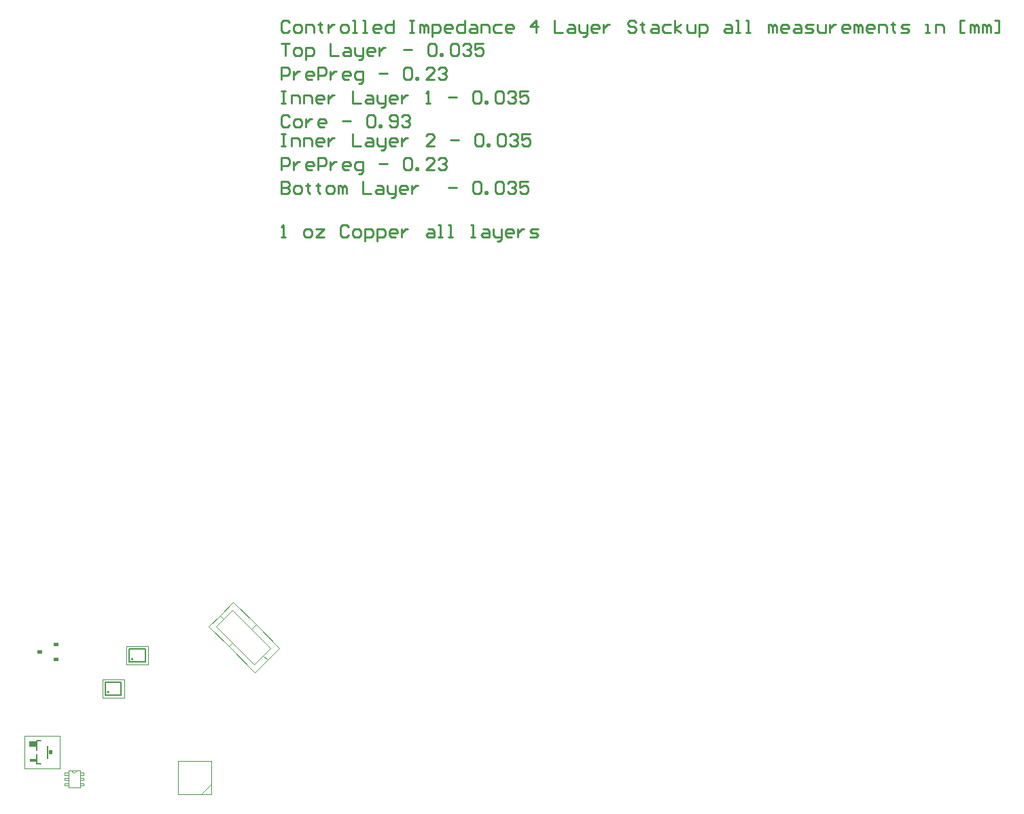
<source format=gm1>
G04 Layer_Color=16711935*
%FSLAX25Y25*%
%MOIN*%
G70*
G01*
G75*
%ADD44C,0.00000*%
%ADD45C,0.00787*%
%ADD49C,0.00500*%
%ADD82C,0.01000*%
%ADD83C,0.00200*%
%ADD84C,0.00197*%
G36*
X-100017Y-47683D02*
X-103426D01*
Y-44883D01*
X-100017D01*
Y-47683D01*
D02*
G37*
G36*
X-92117Y-51383D02*
X-93854D01*
Y-49402D01*
X-92117D01*
Y-51383D01*
D02*
G37*
G36*
X-100017Y-55083D02*
X-103342D01*
Y-53845D01*
X-100017D01*
Y-55083D01*
D02*
G37*
G36*
X-89242Y1561D02*
X-91548D01*
Y3357D01*
X-89242D01*
Y1561D01*
D02*
G37*
G36*
X-97154Y-2144D02*
X-99448D01*
Y-343D01*
X-97154D01*
Y-2144D01*
D02*
G37*
G36*
X-89231Y-5858D02*
X-91548D01*
Y-4042D01*
X-89231D01*
Y-5858D01*
D02*
G37*
D44*
X-82617Y-59383D02*
G03*
X-80217Y-59383I1200J0D01*
G01*
X-14217Y-71183D02*
Y-54783D01*
X-30617Y-71183D02*
X-14217D01*
X-30617D02*
Y-54783D01*
X-14217D01*
X-30617Y-67383D02*
Y-66183D01*
Y-64883D02*
Y-63683D01*
Y-62283D02*
Y-61083D01*
Y-59783D02*
Y-58583D01*
X-26817Y-54783D02*
X-25617D01*
X-24317D02*
X-23117D01*
X-21717D02*
X-20517D01*
X-19217D02*
X-18017D01*
X-14217Y-59783D02*
Y-58583D01*
Y-62283D02*
Y-61083D01*
Y-64883D02*
Y-63683D01*
Y-67383D02*
Y-66183D01*
X-19217Y-71183D02*
X-18017D01*
X-21717D02*
X-20517D01*
X-24317D02*
X-23117D01*
X-26817D02*
X-25617D01*
X-19217D02*
X-14217Y-66183D01*
X-84217Y-67783D02*
X-78617D01*
Y-66683D01*
Y-65583D01*
Y-64183D01*
Y-62983D01*
Y-61583D01*
X-80217Y-59383D02*
X-78617D01*
X-82617D02*
X-80217D01*
X-84217D02*
X-82617D01*
X-84217Y-60483D02*
Y-59383D01*
Y-61583D02*
Y-60483D01*
Y-62983D02*
Y-61583D01*
Y-64183D02*
Y-62983D01*
Y-65583D02*
Y-64183D01*
X-86117Y-60483D02*
X-84217D01*
X-86117Y-61583D02*
Y-60483D01*
Y-61583D02*
X-84217D01*
X-86117Y-62983D02*
X-84217D01*
X-86117Y-64183D02*
Y-62983D01*
Y-64183D02*
X-84217D01*
Y-67783D02*
Y-66683D01*
Y-65583D01*
X-86117D02*
X-84217D01*
X-86117Y-66683D02*
Y-65583D01*
Y-66683D02*
X-84217D01*
X-78617D02*
X-76717D01*
Y-65583D01*
X-78617D02*
X-76717D01*
X-78617Y-64183D02*
X-76717D01*
Y-62983D01*
X-78617D02*
X-76717D01*
X-78617Y-60483D02*
Y-59383D01*
Y-61583D02*
Y-60483D01*
Y-61583D02*
X-76717D01*
Y-60483D01*
X-78617D02*
X-76717D01*
D45*
X-64483Y-20954D02*
G03*
X-64483Y-20954I-394J0D01*
G01*
X-52668Y-4730D02*
G03*
X-52668Y-4730I-394J0D01*
G01*
D49*
X-99776Y-56191D02*
X-97808D01*
X-99776D02*
Y-51467D01*
Y-49498D02*
Y-44774D01*
X-97808D01*
X-94658Y-53435D02*
Y-47530D01*
X-66254Y-16033D02*
X-58380D01*
Y-22332D02*
Y-16033D01*
X-66254Y-22332D02*
X-58380D01*
X-66254D02*
Y-16033D01*
X-54439Y191D02*
X-46565D01*
Y-6108D02*
Y191D01*
X-54439Y-6108D02*
X-46565D01*
X-54439D02*
Y191D01*
D82*
X24081Y307789D02*
X23082Y308789D01*
X21082D01*
X20083Y307789D01*
Y303791D01*
X21082Y302791D01*
X23082D01*
X24081Y303791D01*
X27080Y302791D02*
X29080D01*
X30079Y303791D01*
Y305790D01*
X29080Y306790D01*
X27080D01*
X26081Y305790D01*
Y303791D01*
X27080Y302791D01*
X32079D02*
Y306790D01*
X35078D01*
X36077Y305790D01*
Y302791D01*
X39077Y307789D02*
Y306790D01*
X38077D01*
X40076D01*
X39077D01*
Y303791D01*
X40076Y302791D01*
X43075Y306790D02*
Y302791D01*
Y304790D01*
X44075Y305790D01*
X45075Y306790D01*
X46074D01*
X50073Y302791D02*
X52072D01*
X53072Y303791D01*
Y305790D01*
X52072Y306790D01*
X50073D01*
X49073Y305790D01*
Y303791D01*
X50073Y302791D01*
X55071D02*
X57071D01*
X56071D01*
Y308789D01*
X55071D01*
X60070Y302791D02*
X62069D01*
X61069D01*
Y308789D01*
X60070D01*
X68067Y302791D02*
X66068D01*
X65068Y303791D01*
Y305790D01*
X66068Y306790D01*
X68067D01*
X69067Y305790D01*
Y304790D01*
X65068D01*
X75065Y308789D02*
Y302791D01*
X72066D01*
X71066Y303791D01*
Y305790D01*
X72066Y306790D01*
X75065D01*
X83062Y308789D02*
X85062D01*
X84062D01*
Y302791D01*
X83062D01*
X85062D01*
X88061D02*
Y306790D01*
X89060D01*
X90060Y305790D01*
Y302791D01*
Y305790D01*
X91060Y306790D01*
X92059Y305790D01*
Y302791D01*
X94059Y300792D02*
Y306790D01*
X97058D01*
X98057Y305790D01*
Y303791D01*
X97058Y302791D01*
X94059D01*
X103056D02*
X101057D01*
X100057Y303791D01*
Y305790D01*
X101057Y306790D01*
X103056D01*
X104056Y305790D01*
Y304790D01*
X100057D01*
X110054Y308789D02*
Y302791D01*
X107054D01*
X106055Y303791D01*
Y305790D01*
X107054Y306790D01*
X110054D01*
X113053D02*
X115052D01*
X116052Y305790D01*
Y302791D01*
X113053D01*
X112053Y303791D01*
X113053Y304790D01*
X116052D01*
X118051Y302791D02*
Y306790D01*
X121050D01*
X122050Y305790D01*
Y302791D01*
X128048Y306790D02*
X125049D01*
X124049Y305790D01*
Y303791D01*
X125049Y302791D01*
X128048D01*
X133046D02*
X131047D01*
X130047Y303791D01*
Y305790D01*
X131047Y306790D01*
X133046D01*
X134046Y305790D01*
Y304790D01*
X130047D01*
X145042Y302791D02*
Y308789D01*
X142043Y305790D01*
X146042D01*
X154039Y308789D02*
Y302791D01*
X158038D01*
X161037Y306790D02*
X163036D01*
X164036Y305790D01*
Y302791D01*
X161037D01*
X160037Y303791D01*
X161037Y304790D01*
X164036D01*
X166035Y306790D02*
Y303791D01*
X167035Y302791D01*
X170034D01*
Y301792D01*
X169035Y300792D01*
X168035D01*
X170034Y302791D02*
Y306790D01*
X175032Y302791D02*
X173033D01*
X172034Y303791D01*
Y305790D01*
X173033Y306790D01*
X175032D01*
X176032Y305790D01*
Y304790D01*
X172034D01*
X178032Y306790D02*
Y302791D01*
Y304790D01*
X179031Y305790D01*
X180031Y306790D01*
X181031D01*
X194026Y307789D02*
X193027Y308789D01*
X191027D01*
X190028Y307789D01*
Y306790D01*
X191027Y305790D01*
X193027D01*
X194026Y304790D01*
Y303791D01*
X193027Y302791D01*
X191027D01*
X190028Y303791D01*
X197025Y307789D02*
Y306790D01*
X196026D01*
X198025D01*
X197025D01*
Y303791D01*
X198025Y302791D01*
X202024Y306790D02*
X204023D01*
X205023Y305790D01*
Y302791D01*
X202024D01*
X201024Y303791D01*
X202024Y304790D01*
X205023D01*
X211021Y306790D02*
X208022D01*
X207022Y305790D01*
Y303791D01*
X208022Y302791D01*
X211021D01*
X213020D02*
Y308789D01*
Y304790D02*
X216019Y306790D01*
X213020Y304790D02*
X216019Y302791D01*
X219018Y306790D02*
Y303791D01*
X220018Y302791D01*
X223017D01*
Y306790D01*
X225016Y300792D02*
Y306790D01*
X228015D01*
X229015Y305790D01*
Y303791D01*
X228015Y302791D01*
X225016D01*
X238012Y306790D02*
X240012D01*
X241011Y305790D01*
Y302791D01*
X238012D01*
X237013Y303791D01*
X238012Y304790D01*
X241011D01*
X243011Y302791D02*
X245010D01*
X244010D01*
Y308789D01*
X243011D01*
X248009Y302791D02*
X250008D01*
X249009D01*
Y308789D01*
X248009D01*
X259005Y302791D02*
Y306790D01*
X260005D01*
X261005Y305790D01*
Y302791D01*
Y305790D01*
X262004Y306790D01*
X263004Y305790D01*
Y302791D01*
X268003D02*
X266003D01*
X265003Y303791D01*
Y305790D01*
X266003Y306790D01*
X268003D01*
X269002Y305790D01*
Y304790D01*
X265003D01*
X272001Y306790D02*
X274001D01*
X275000Y305790D01*
Y302791D01*
X272001D01*
X271002Y303791D01*
X272001Y304790D01*
X275000D01*
X277000Y302791D02*
X279999D01*
X280998Y303791D01*
X279999Y304790D01*
X277999D01*
X277000Y305790D01*
X277999Y306790D01*
X280998D01*
X282998D02*
Y303791D01*
X283997Y302791D01*
X286996D01*
Y306790D01*
X288996D02*
Y302791D01*
Y304790D01*
X289995Y305790D01*
X290995Y306790D01*
X291995D01*
X297993Y302791D02*
X295993D01*
X294994Y303791D01*
Y305790D01*
X295993Y306790D01*
X297993D01*
X298992Y305790D01*
Y304790D01*
X294994D01*
X300992Y302791D02*
Y306790D01*
X301992D01*
X302991Y305790D01*
Y302791D01*
Y305790D01*
X303991Y306790D01*
X304991Y305790D01*
Y302791D01*
X309989D02*
X307990D01*
X306990Y303791D01*
Y305790D01*
X307990Y306790D01*
X309989D01*
X310989Y305790D01*
Y304790D01*
X306990D01*
X312988Y302791D02*
Y306790D01*
X315987D01*
X316987Y305790D01*
Y302791D01*
X319986Y307789D02*
Y306790D01*
X318986D01*
X320985D01*
X319986D01*
Y303791D01*
X320985Y302791D01*
X323984D02*
X326983D01*
X327983Y303791D01*
X326983Y304790D01*
X324984D01*
X323984Y305790D01*
X324984Y306790D01*
X327983D01*
X335981Y302791D02*
X337980D01*
X336980D01*
Y306790D01*
X335981D01*
X340979Y302791D02*
Y306790D01*
X343978D01*
X344978Y305790D01*
Y302791D01*
X354974D02*
X352975D01*
Y308789D01*
X354974D01*
X357973Y302791D02*
Y306790D01*
X358973D01*
X359973Y305790D01*
Y302791D01*
Y305790D01*
X360972Y306790D01*
X361972Y305790D01*
Y302791D01*
X363971D02*
Y306790D01*
X364971D01*
X365971Y305790D01*
Y302791D01*
Y305790D01*
X366970Y306790D01*
X367970Y305790D01*
Y302791D01*
X369970D02*
X371969D01*
Y308789D01*
X369970D01*
X20083Y297192D02*
X24081D01*
X22082D01*
Y291194D01*
X27080D02*
X29080D01*
X30079Y292194D01*
Y294193D01*
X29080Y295193D01*
X27080D01*
X26081Y294193D01*
Y292194D01*
X27080Y291194D01*
X32079Y289195D02*
Y295193D01*
X35078D01*
X36077Y294193D01*
Y292194D01*
X35078Y291194D01*
X32079D01*
X44075Y297192D02*
Y291194D01*
X48074D01*
X51073Y295193D02*
X53072D01*
X54072Y294193D01*
Y291194D01*
X51073D01*
X50073Y292194D01*
X51073Y293194D01*
X54072D01*
X56071Y295193D02*
Y292194D01*
X57071Y291194D01*
X60070D01*
Y290195D01*
X59070Y289195D01*
X58070D01*
X60070Y291194D02*
Y295193D01*
X65068Y291194D02*
X63069D01*
X62069Y292194D01*
Y294193D01*
X63069Y295193D01*
X65068D01*
X66068Y294193D01*
Y293194D01*
X62069D01*
X68067Y295193D02*
Y291194D01*
Y293194D01*
X69067Y294193D01*
X70066Y295193D01*
X71066D01*
X80063Y294193D02*
X84062D01*
X92059Y296193D02*
X93059Y297192D01*
X95058D01*
X96058Y296193D01*
Y292194D01*
X95058Y291194D01*
X93059D01*
X92059Y292194D01*
Y296193D01*
X98058Y291194D02*
Y292194D01*
X99057D01*
Y291194D01*
X98058D01*
X103056Y296193D02*
X104056Y297192D01*
X106055D01*
X107054Y296193D01*
Y292194D01*
X106055Y291194D01*
X104056D01*
X103056Y292194D01*
Y296193D01*
X109054D02*
X110054Y297192D01*
X112053D01*
X113053Y296193D01*
Y295193D01*
X112053Y294193D01*
X111053D01*
X112053D01*
X113053Y293194D01*
Y292194D01*
X112053Y291194D01*
X110054D01*
X109054Y292194D01*
X119051Y297192D02*
X115052D01*
Y294193D01*
X117051Y295193D01*
X118051D01*
X119051Y294193D01*
Y292194D01*
X118051Y291194D01*
X116052D01*
X115052Y292194D01*
X20083Y279597D02*
Y285595D01*
X23082D01*
X24081Y284595D01*
Y282596D01*
X23082Y281596D01*
X20083D01*
X26081Y283596D02*
Y279597D01*
Y281596D01*
X27080Y282596D01*
X28080Y283596D01*
X29080D01*
X35078Y279597D02*
X33079D01*
X32079Y280597D01*
Y282596D01*
X33079Y283596D01*
X35078D01*
X36077Y282596D01*
Y281596D01*
X32079D01*
X38077Y279597D02*
Y285595D01*
X41076D01*
X42076Y284595D01*
Y282596D01*
X41076Y281596D01*
X38077D01*
X44075Y283596D02*
Y279597D01*
Y281596D01*
X45075Y282596D01*
X46074Y283596D01*
X47074D01*
X53072Y279597D02*
X51073D01*
X50073Y280597D01*
Y282596D01*
X51073Y283596D01*
X53072D01*
X54072Y282596D01*
Y281596D01*
X50073D01*
X58070Y277598D02*
X59070D01*
X60070Y278597D01*
Y283596D01*
X57071D01*
X56071Y282596D01*
Y280597D01*
X57071Y279597D01*
X60070D01*
X68067Y282596D02*
X72066D01*
X80063Y284595D02*
X81063Y285595D01*
X83062D01*
X84062Y284595D01*
Y280597D01*
X83062Y279597D01*
X81063D01*
X80063Y280597D01*
Y284595D01*
X86061Y279597D02*
Y280597D01*
X87061D01*
Y279597D01*
X86061D01*
X95058D02*
X91060D01*
X95058Y283596D01*
Y284595D01*
X94059Y285595D01*
X92059D01*
X91060Y284595D01*
X97058D02*
X98058Y285595D01*
X100057D01*
X101057Y284595D01*
Y283596D01*
X100057Y282596D01*
X99057D01*
X100057D01*
X101057Y281596D01*
Y280597D01*
X100057Y279597D01*
X98058D01*
X97058Y280597D01*
X20083Y273998D02*
X22082D01*
X21082D01*
Y268000D01*
X20083D01*
X22082D01*
X25081D02*
Y271999D01*
X28080D01*
X29080Y270999D01*
Y268000D01*
X31079D02*
Y271999D01*
X34078D01*
X35078Y270999D01*
Y268000D01*
X40076D02*
X38077D01*
X37077Y269000D01*
Y270999D01*
X38077Y271999D01*
X40076D01*
X41076Y270999D01*
Y269999D01*
X37077D01*
X43075Y271999D02*
Y268000D01*
Y269999D01*
X44075Y270999D01*
X45075Y271999D01*
X46074D01*
X55071Y273998D02*
Y268000D01*
X59070D01*
X62069Y271999D02*
X64068D01*
X65068Y270999D01*
Y268000D01*
X62069D01*
X61069Y269000D01*
X62069Y269999D01*
X65068D01*
X67067Y271999D02*
Y269000D01*
X68067Y268000D01*
X71066D01*
Y267000D01*
X70066Y266001D01*
X69067D01*
X71066Y268000D02*
Y271999D01*
X76065Y268000D02*
X74065D01*
X73066Y269000D01*
Y270999D01*
X74065Y271999D01*
X76065D01*
X77064Y270999D01*
Y269999D01*
X73066D01*
X79064Y271999D02*
Y268000D01*
Y269999D01*
X80063Y270999D01*
X81063Y271999D01*
X82063D01*
X91060Y268000D02*
X93059D01*
X92059D01*
Y273998D01*
X91060Y272998D01*
X102056Y270999D02*
X106055D01*
X114052Y272998D02*
X115052Y273998D01*
X117051D01*
X118051Y272998D01*
Y269000D01*
X117051Y268000D01*
X115052D01*
X114052Y269000D01*
Y272998D01*
X120050Y268000D02*
Y269000D01*
X121050D01*
Y268000D01*
X120050D01*
X125049Y272998D02*
X126048Y273998D01*
X128048D01*
X129047Y272998D01*
Y269000D01*
X128048Y268000D01*
X126048D01*
X125049Y269000D01*
Y272998D01*
X131047D02*
X132046Y273998D01*
X134046D01*
X135046Y272998D01*
Y271999D01*
X134046Y270999D01*
X133046D01*
X134046D01*
X135046Y269999D01*
Y269000D01*
X134046Y268000D01*
X132046D01*
X131047Y269000D01*
X141044Y273998D02*
X137045D01*
Y270999D01*
X139044Y271999D01*
X140044D01*
X141044Y270999D01*
Y269000D01*
X140044Y268000D01*
X138045D01*
X137045Y269000D01*
X24081Y261402D02*
X23082Y262401D01*
X21082D01*
X20083Y261402D01*
Y257403D01*
X21082Y256403D01*
X23082D01*
X24081Y257403D01*
X27080Y256403D02*
X29080D01*
X30079Y257403D01*
Y259402D01*
X29080Y260402D01*
X27080D01*
X26081Y259402D01*
Y257403D01*
X27080Y256403D01*
X32079Y260402D02*
Y256403D01*
Y258402D01*
X33079Y259402D01*
X34078Y260402D01*
X35078D01*
X41076Y256403D02*
X39077D01*
X38077Y257403D01*
Y259402D01*
X39077Y260402D01*
X41076D01*
X42076Y259402D01*
Y258402D01*
X38077D01*
X50073Y259402D02*
X54072D01*
X62069Y261402D02*
X63069Y262401D01*
X65068D01*
X66068Y261402D01*
Y257403D01*
X65068Y256403D01*
X63069D01*
X62069Y257403D01*
Y261402D01*
X68067Y256403D02*
Y257403D01*
X69067D01*
Y256403D01*
X68067D01*
X73066Y257403D02*
X74065Y256403D01*
X76065D01*
X77064Y257403D01*
Y261402D01*
X76065Y262401D01*
X74065D01*
X73066Y261402D01*
Y260402D01*
X74065Y259402D01*
X77064D01*
X79064Y261402D02*
X80063Y262401D01*
X82063D01*
X83062Y261402D01*
Y260402D01*
X82063Y259402D01*
X81063D01*
X82063D01*
X83062Y258402D01*
Y257403D01*
X82063Y256403D01*
X80063D01*
X79064Y257403D01*
X20083Y252803D02*
X22082D01*
X21082D01*
Y246805D01*
X20083D01*
X22082D01*
X25081D02*
Y250804D01*
X28080D01*
X29080Y249804D01*
Y246805D01*
X31079D02*
Y250804D01*
X34078D01*
X35078Y249804D01*
Y246805D01*
X40076D02*
X38077D01*
X37077Y247805D01*
Y249804D01*
X38077Y250804D01*
X40076D01*
X41076Y249804D01*
Y248805D01*
X37077D01*
X43075Y250804D02*
Y246805D01*
Y248805D01*
X44075Y249804D01*
X45075Y250804D01*
X46074D01*
X55071Y252803D02*
Y246805D01*
X59070D01*
X62069Y250804D02*
X64068D01*
X65068Y249804D01*
Y246805D01*
X62069D01*
X61069Y247805D01*
X62069Y248805D01*
X65068D01*
X67067Y250804D02*
Y247805D01*
X68067Y246805D01*
X71066D01*
Y245806D01*
X70066Y244806D01*
X69067D01*
X71066Y246805D02*
Y250804D01*
X76065Y246805D02*
X74065D01*
X73066Y247805D01*
Y249804D01*
X74065Y250804D01*
X76065D01*
X77064Y249804D01*
Y248805D01*
X73066D01*
X79064Y250804D02*
Y246805D01*
Y248805D01*
X80063Y249804D01*
X81063Y250804D01*
X82063D01*
X95058Y246805D02*
X91060D01*
X95058Y250804D01*
Y251804D01*
X94059Y252803D01*
X92059D01*
X91060Y251804D01*
X103056Y249804D02*
X107054D01*
X115052Y251804D02*
X116052Y252803D01*
X118051D01*
X119051Y251804D01*
Y247805D01*
X118051Y246805D01*
X116052D01*
X115052Y247805D01*
Y251804D01*
X121050Y246805D02*
Y247805D01*
X122050D01*
Y246805D01*
X121050D01*
X126048Y251804D02*
X127048Y252803D01*
X129047D01*
X130047Y251804D01*
Y247805D01*
X129047Y246805D01*
X127048D01*
X126048Y247805D01*
Y251804D01*
X132046D02*
X133046Y252803D01*
X135046D01*
X136045Y251804D01*
Y250804D01*
X135046Y249804D01*
X134046D01*
X135046D01*
X136045Y248805D01*
Y247805D01*
X135046Y246805D01*
X133046D01*
X132046Y247805D01*
X142043Y252803D02*
X138045D01*
Y249804D01*
X140044Y250804D01*
X141044D01*
X142043Y249804D01*
Y247805D01*
X141044Y246805D01*
X139044D01*
X138045Y247805D01*
X20083Y235208D02*
Y241206D01*
X23082D01*
X24081Y240207D01*
Y238207D01*
X23082Y237208D01*
X20083D01*
X26081Y239207D02*
Y235208D01*
Y237208D01*
X27080Y238207D01*
X28080Y239207D01*
X29080D01*
X35078Y235208D02*
X33079D01*
X32079Y236208D01*
Y238207D01*
X33079Y239207D01*
X35078D01*
X36077Y238207D01*
Y237208D01*
X32079D01*
X38077Y235208D02*
Y241206D01*
X41076D01*
X42076Y240207D01*
Y238207D01*
X41076Y237208D01*
X38077D01*
X44075Y239207D02*
Y235208D01*
Y237208D01*
X45075Y238207D01*
X46074Y239207D01*
X47074D01*
X53072Y235208D02*
X51073D01*
X50073Y236208D01*
Y238207D01*
X51073Y239207D01*
X53072D01*
X54072Y238207D01*
Y237208D01*
X50073D01*
X58070Y233209D02*
X59070D01*
X60070Y234209D01*
Y239207D01*
X57071D01*
X56071Y238207D01*
Y236208D01*
X57071Y235208D01*
X60070D01*
X68067Y238207D02*
X72066D01*
X80063Y240207D02*
X81063Y241206D01*
X83062D01*
X84062Y240207D01*
Y236208D01*
X83062Y235208D01*
X81063D01*
X80063Y236208D01*
Y240207D01*
X86061Y235208D02*
Y236208D01*
X87061D01*
Y235208D01*
X86061D01*
X95058D02*
X91060D01*
X95058Y239207D01*
Y240207D01*
X94059Y241206D01*
X92059D01*
X91060Y240207D01*
X97058D02*
X98058Y241206D01*
X100057D01*
X101057Y240207D01*
Y239207D01*
X100057Y238207D01*
X99057D01*
X100057D01*
X101057Y237208D01*
Y236208D01*
X100057Y235208D01*
X98058D01*
X97058Y236208D01*
X20083Y229609D02*
Y223611D01*
X23082D01*
X24081Y224611D01*
Y225611D01*
X23082Y226610D01*
X20083D01*
X23082D01*
X24081Y227610D01*
Y228610D01*
X23082Y229609D01*
X20083D01*
X27080Y223611D02*
X29080D01*
X30079Y224611D01*
Y226610D01*
X29080Y227610D01*
X27080D01*
X26081Y226610D01*
Y224611D01*
X27080Y223611D01*
X33079Y228610D02*
Y227610D01*
X32079D01*
X34078D01*
X33079D01*
Y224611D01*
X34078Y223611D01*
X38077Y228610D02*
Y227610D01*
X37077D01*
X39077D01*
X38077D01*
Y224611D01*
X39077Y223611D01*
X43075D02*
X45075D01*
X46074Y224611D01*
Y226610D01*
X45075Y227610D01*
X43075D01*
X42076Y226610D01*
Y224611D01*
X43075Y223611D01*
X48074D02*
Y227610D01*
X49073D01*
X50073Y226610D01*
Y223611D01*
Y226610D01*
X51073Y227610D01*
X52072Y226610D01*
Y223611D01*
X60070Y229609D02*
Y223611D01*
X64068D01*
X67067Y227610D02*
X69067D01*
X70066Y226610D01*
Y223611D01*
X67067D01*
X66068Y224611D01*
X67067Y225611D01*
X70066D01*
X72066Y227610D02*
Y224611D01*
X73066Y223611D01*
X76065D01*
Y222612D01*
X75065Y221612D01*
X74065D01*
X76065Y223611D02*
Y227610D01*
X81063Y223611D02*
X79064D01*
X78064Y224611D01*
Y226610D01*
X79064Y227610D01*
X81063D01*
X82063Y226610D01*
Y225611D01*
X78064D01*
X84062Y227610D02*
Y223611D01*
Y225611D01*
X85062Y226610D01*
X86061Y227610D01*
X87061D01*
X102056Y226610D02*
X106055D01*
X114052Y228610D02*
X115052Y229609D01*
X117051D01*
X118051Y228610D01*
Y224611D01*
X117051Y223611D01*
X115052D01*
X114052Y224611D01*
Y228610D01*
X120050Y223611D02*
Y224611D01*
X121050D01*
Y223611D01*
X120050D01*
X125049Y228610D02*
X126048Y229609D01*
X128048D01*
X129047Y228610D01*
Y224611D01*
X128048Y223611D01*
X126048D01*
X125049Y224611D01*
Y228610D01*
X131047D02*
X132046Y229609D01*
X134046D01*
X135046Y228610D01*
Y227610D01*
X134046Y226610D01*
X133046D01*
X134046D01*
X135046Y225611D01*
Y224611D01*
X134046Y223611D01*
X132046D01*
X131047Y224611D01*
X141044Y229609D02*
X137045D01*
Y226610D01*
X139044Y227610D01*
X140044D01*
X141044Y226610D01*
Y224611D01*
X140044Y223611D01*
X138045D01*
X137045Y224611D01*
X20083Y202417D02*
X22082D01*
X21082D01*
Y208415D01*
X20083Y207415D01*
X32079Y202417D02*
X34078D01*
X35078Y203416D01*
Y205416D01*
X34078Y206415D01*
X32079D01*
X31079Y205416D01*
Y203416D01*
X32079Y202417D01*
X37077Y206415D02*
X41076D01*
X37077Y202417D01*
X41076D01*
X53072Y207415D02*
X52072Y208415D01*
X50073D01*
X49073Y207415D01*
Y203416D01*
X50073Y202417D01*
X52072D01*
X53072Y203416D01*
X56071Y202417D02*
X58070D01*
X59070Y203416D01*
Y205416D01*
X58070Y206415D01*
X56071D01*
X55071Y205416D01*
Y203416D01*
X56071Y202417D01*
X61069Y200417D02*
Y206415D01*
X64068D01*
X65068Y205416D01*
Y203416D01*
X64068Y202417D01*
X61069D01*
X67067Y200417D02*
Y206415D01*
X70066D01*
X71066Y205416D01*
Y203416D01*
X70066Y202417D01*
X67067D01*
X76065D02*
X74065D01*
X73066Y203416D01*
Y205416D01*
X74065Y206415D01*
X76065D01*
X77064Y205416D01*
Y204416D01*
X73066D01*
X79064Y206415D02*
Y202417D01*
Y204416D01*
X80063Y205416D01*
X81063Y206415D01*
X82063D01*
X92059D02*
X94059D01*
X95058Y205416D01*
Y202417D01*
X92059D01*
X91060Y203416D01*
X92059Y204416D01*
X95058D01*
X97058Y202417D02*
X99057D01*
X98058D01*
Y208415D01*
X97058D01*
X102056Y202417D02*
X104056D01*
X103056D01*
Y208415D01*
X102056D01*
X113053Y202417D02*
X115052D01*
X114052D01*
Y208415D01*
X113053D01*
X119051Y206415D02*
X121050D01*
X122050Y205416D01*
Y202417D01*
X119051D01*
X118051Y203416D01*
X119051Y204416D01*
X122050D01*
X124049Y206415D02*
Y203416D01*
X125049Y202417D01*
X128048D01*
Y201417D01*
X127048Y200417D01*
X126048D01*
X128048Y202417D02*
Y206415D01*
X133046Y202417D02*
X131047D01*
X130047Y203416D01*
Y205416D01*
X131047Y206415D01*
X133046D01*
X134046Y205416D01*
Y204416D01*
X130047D01*
X136045Y206415D02*
Y202417D01*
Y204416D01*
X137045Y205416D01*
X138045Y206415D01*
X139044D01*
X142043Y202417D02*
X145042D01*
X146042Y203416D01*
X145042Y204416D01*
X143043D01*
X142043Y205416D01*
X143043Y206415D01*
X146042D01*
D83*
X-105812Y-58447D02*
X-88623D01*
X-105812Y-42518D02*
X-88623D01*
X-105812Y-58447D02*
Y-42518D01*
X-88623Y-58447D02*
Y-42518D01*
X-15501Y11319D02*
X-10026Y16794D01*
X-15501Y11319D02*
X-5672Y1490D01*
X7082Y-11264D02*
X13335Y-5011D01*
X-5672Y1490D02*
X7082Y-11264D01*
X13335Y-5011D02*
X19089Y743D01*
X7678Y12154D02*
X19089Y743D01*
X-3520Y23300D02*
X-3494Y23326D01*
X7678Y12154D01*
X-10026Y16794D02*
X-3494Y23326D01*
X-10026Y16794D02*
X-9986Y16754D01*
X5601Y10077D02*
X7678Y12154D01*
X-9986Y16754D02*
X-8192Y14960D01*
X11238Y-2914D02*
X13335Y-5011D01*
X-5672Y1490D02*
X-3874Y3289D01*
D84*
X-3789Y19363D02*
X14863Y711D01*
X6789Y-7363D02*
X14863Y711D01*
X-11863Y11289D02*
X6789Y-7363D01*
X-11863Y11289D02*
X-3789Y19363D01*
X-67632Y-14655D02*
X-57002D01*
Y-23710D02*
Y-14655D01*
X-67632Y-23710D02*
X-57002D01*
X-67632D02*
Y-14655D01*
X-55817Y1569D02*
X-45187D01*
Y-7486D02*
Y1569D01*
X-55817Y-7486D02*
X-45187D01*
X-55817D02*
Y1569D01*
M02*

</source>
